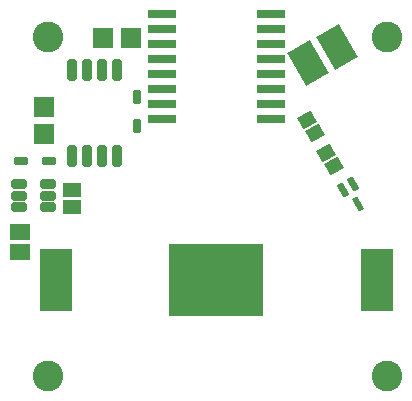
<source format=gbr>
G04*
G04 #@! TF.GenerationSoftware,Altium Limited,Altium Designer,22.4.2 (48)*
G04*
G04 Layer_Color=8388736*
%FSLAX45Y45*%
%MOMM*%
G71*
G04*
G04 #@! TF.SameCoordinates,A1ACB9CE-F43E-4389-816B-9D06E944576F*
G04*
G04*
G04 #@! TF.FilePolarity,Negative*
G04*
G01*
G75*
%ADD18R,1.80620X1.75395*%
G04:AMPARAMS|DCode=25|XSize=1.1055mm|YSize=1.30822mm|CornerRadius=0mm|HoleSize=0mm|Usage=FLASHONLY|Rotation=120.000|XOffset=0mm|YOffset=0mm|HoleType=Round|Shape=Rectangle|*
%AMROTATEDRECTD25*
4,1,4,0.84285,-0.15164,-0.29010,-0.80575,-0.84285,0.15164,0.29010,0.80575,0.84285,-0.15164,0.0*
%
%ADD25ROTATEDRECTD25*%

%ADD28R,1.75395X1.80620*%
G04:AMPARAMS|DCode=29|XSize=2.2032mm|YSize=3.2032mm|CornerRadius=0mm|HoleSize=0mm|Usage=FLASHONLY|Rotation=30.000|XOffset=0mm|YOffset=0mm|HoleType=Round|Shape=Rectangle|*
%AMROTATEDRECTD29*
4,1,4,-0.15322,-1.93783,-1.75481,0.83623,0.15322,1.93783,1.75481,-0.83623,-0.15322,-1.93783,0.0*
%
%ADD29ROTATEDRECTD29*%

%ADD30R,2.40320X0.80320*%
%ADD31R,8.00320X6.16320*%
%ADD32R,2.80320X5.28320*%
%ADD33R,1.55320X1.20320*%
G04:AMPARAMS|DCode=34|XSize=1.4132mm|YSize=0.7832mm|CornerRadius=0.1741mm|HoleSize=0mm|Usage=FLASHONLY|Rotation=0.000|XOffset=0mm|YOffset=0mm|HoleType=Round|Shape=RoundedRectangle|*
%AMROUNDEDRECTD34*
21,1,1.41320,0.43500,0,0,0.0*
21,1,1.06500,0.78320,0,0,0.0*
1,1,0.34820,0.53250,-0.21750*
1,1,0.34820,-0.53250,-0.21750*
1,1,0.34820,-0.53250,0.21750*
1,1,0.34820,0.53250,0.21750*
%
%ADD34ROUNDEDRECTD34*%
%ADD35R,1.67320X1.36320*%
G04:AMPARAMS|DCode=36|XSize=1.9132mm|YSize=0.7832mm|CornerRadius=0.1741mm|HoleSize=0mm|Usage=FLASHONLY|Rotation=90.000|XOffset=0mm|YOffset=0mm|HoleType=Round|Shape=RoundedRectangle|*
%AMROUNDEDRECTD36*
21,1,1.91320,0.43500,0,0,90.0*
21,1,1.56500,0.78320,0,0,90.0*
1,1,0.34820,0.21750,0.78250*
1,1,0.34820,0.21750,-0.78250*
1,1,0.34820,-0.21750,-0.78250*
1,1,0.34820,-0.21750,0.78250*
%
%ADD36ROUNDEDRECTD36*%
G04:AMPARAMS|DCode=37|XSize=1.2432mm|YSize=0.6632mm|CornerRadius=0.2166mm|HoleSize=0mm|Usage=FLASHONLY|Rotation=90.000|XOffset=0mm|YOffset=0mm|HoleType=Round|Shape=RoundedRectangle|*
%AMROUNDEDRECTD37*
21,1,1.24320,0.23000,0,0,90.0*
21,1,0.81000,0.66320,0,0,90.0*
1,1,0.43320,0.11500,0.40500*
1,1,0.43320,0.11500,-0.40500*
1,1,0.43320,-0.11500,-0.40500*
1,1,0.43320,-0.11500,0.40500*
%
%ADD37ROUNDEDRECTD37*%
G04:AMPARAMS|DCode=38|XSize=1.2432mm|YSize=0.6632mm|CornerRadius=0.2166mm|HoleSize=0mm|Usage=FLASHONLY|Rotation=180.000|XOffset=0mm|YOffset=0mm|HoleType=Round|Shape=RoundedRectangle|*
%AMROUNDEDRECTD38*
21,1,1.24320,0.23000,0,0,180.0*
21,1,0.81000,0.66320,0,0,180.0*
1,1,0.43320,-0.40500,0.11500*
1,1,0.43320,0.40500,0.11500*
1,1,0.43320,0.40500,-0.11500*
1,1,0.43320,-0.40500,-0.11500*
%
%ADD38ROUNDEDRECTD38*%
G04:AMPARAMS|DCode=39|XSize=1.2192mm|YSize=0.508mm|CornerRadius=0mm|HoleSize=0mm|Usage=FLASHONLY|Rotation=300.000|XOffset=0mm|YOffset=0mm|HoleType=Round|Shape=Rectangle|*
%AMROTATEDRECTD39*
4,1,4,-0.52477,0.40093,-0.08483,0.65493,0.52477,-0.40093,0.08483,-0.65493,-0.52477,0.40093,0.0*
%
%ADD39ROTATEDRECTD39*%

G04:AMPARAMS|DCode=40|XSize=1.2192mm|YSize=0.5588mm|CornerRadius=0mm|HoleSize=0mm|Usage=FLASHONLY|Rotation=300.000|XOffset=0mm|YOffset=0mm|HoleType=Round|Shape=Rectangle|*
%AMROTATEDRECTD40*
4,1,4,-0.54677,0.38823,-0.06283,0.66763,0.54677,-0.38823,0.06283,-0.66763,-0.54677,0.38823,0.0*
%
%ADD40ROTATEDRECTD40*%

%ADD41C,2.60320*%
D18*
X736600Y3051312D02*
D03*
Y2816088D02*
D03*
D25*
X3128482Y2662075D02*
D03*
X3196118Y2544925D02*
D03*
X3031018Y2824325D02*
D03*
X2963382Y2941475D02*
D03*
D28*
X1476512Y3632200D02*
D03*
X1241288D02*
D03*
D29*
X3218744Y3560000D02*
D03*
X2976256Y3420000D02*
D03*
D30*
X1737100Y2946400D02*
D03*
Y3073400D02*
D03*
X2657100Y3835400D02*
D03*
X1737100Y3708400D02*
D03*
X2657100D02*
D03*
Y3454400D02*
D03*
X1737100Y3835400D02*
D03*
X2657100Y3581400D02*
D03*
X1737100D02*
D03*
Y3454400D02*
D03*
Y3200400D02*
D03*
X2657100Y3327400D02*
D03*
Y3200400D02*
D03*
Y2946400D02*
D03*
X1737100Y3327400D02*
D03*
X2657100Y3073400D02*
D03*
D31*
X2197100Y1587500D02*
D03*
D32*
X838100D02*
D03*
X3556100D02*
D03*
D33*
X977900Y2348300D02*
D03*
Y2198300D02*
D03*
D34*
X773200Y2203700D02*
D03*
Y2298700D02*
D03*
Y2393700D02*
D03*
X522200Y2203700D02*
D03*
Y2298700D02*
D03*
Y2393700D02*
D03*
D35*
X533400Y1817000D02*
D03*
Y1993000D02*
D03*
D36*
X977900Y2634200D02*
D03*
X1104900D02*
D03*
X1231900D02*
D03*
X1358900D02*
D03*
Y3360200D02*
D03*
X1231900D02*
D03*
X1104900D02*
D03*
X977900D02*
D03*
D37*
X1524000Y3128900D02*
D03*
Y2890900D02*
D03*
D38*
X541400Y2590800D02*
D03*
X779400D02*
D03*
D39*
X3393440Y2228309D02*
D03*
D40*
X3268166Y2343691D02*
D03*
X3356154Y2394491D02*
D03*
D41*
X770000Y3640800D02*
D03*
X3640800D02*
D03*
Y770000D02*
D03*
X770000D02*
D03*
M02*

</source>
